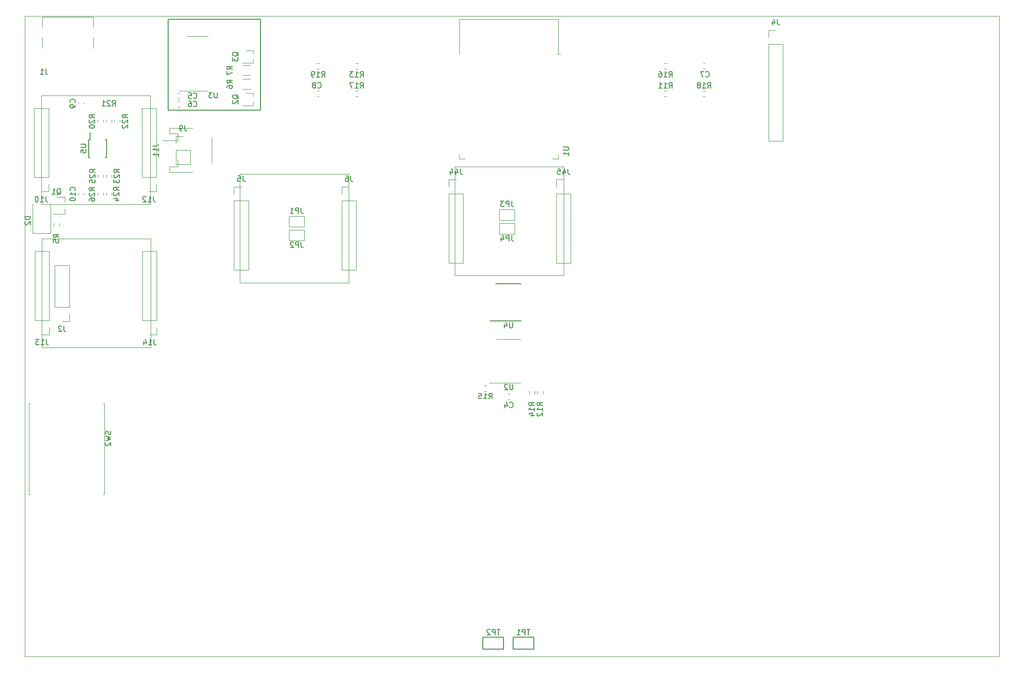
<source format=gbr>
G04 #@! TF.GenerationSoftware,KiCad,Pcbnew,(5.99.0-11749-g6427197962)*
G04 #@! TF.CreationDate,2021-09-04T15:49:30+10:00*
G04 #@! TF.ProjectId,Mainboard,4d61696e-626f-4617-9264-2e6b69636164,rev?*
G04 #@! TF.SameCoordinates,Original*
G04 #@! TF.FileFunction,Legend,Bot*
G04 #@! TF.FilePolarity,Positive*
%FSLAX46Y46*%
G04 Gerber Fmt 4.6, Leading zero omitted, Abs format (unit mm)*
G04 Created by KiCad (PCBNEW (5.99.0-11749-g6427197962)) date 2021-09-04 15:49:30*
%MOMM*%
%LPD*%
G01*
G04 APERTURE LIST*
%ADD10C,0.100000*%
%ADD11C,0.150000*%
G04 #@! TA.AperFunction,Profile*
%ADD12C,0.100000*%
G04 #@! TD*
%ADD13C,0.120000*%
G04 APERTURE END LIST*
D10*
X139446000Y-89408000D02*
X159512000Y-89408000D01*
X159512000Y-89408000D02*
X159512000Y-69342000D01*
X159512000Y-69342000D02*
X139446000Y-69342000D01*
X139446000Y-69342000D02*
X139446000Y-89408000D01*
X99885000Y-90717000D02*
X119951000Y-90717000D01*
X119951000Y-90717000D02*
X119951000Y-70651000D01*
X119951000Y-70651000D02*
X99885000Y-70651000D01*
X99885000Y-70651000D02*
X99885000Y-90717000D01*
X83450000Y-82614000D02*
X63384000Y-82614000D01*
X63384000Y-82614000D02*
X63384000Y-102680000D01*
X63384000Y-102680000D02*
X83450000Y-102680000D01*
X83450000Y-102680000D02*
X83450000Y-82614000D01*
X83350000Y-56223000D02*
X63284000Y-56223000D01*
X63284000Y-56223000D02*
X63284000Y-76289000D01*
X63284000Y-76289000D02*
X83350000Y-76289000D01*
X83350000Y-76289000D02*
X83350000Y-56223000D01*
D11*
X86614000Y-58928000D02*
X103632000Y-58928000D01*
X103632000Y-58928000D02*
X103632000Y-42164000D01*
X103632000Y-42164000D02*
X86614000Y-42164000D01*
X86614000Y-42164000D02*
X86614000Y-58928000D01*
D12*
X239839000Y-159703000D02*
X60261000Y-159703000D01*
X60261000Y-159703000D02*
X60261000Y-41593000D01*
X60261000Y-41593000D02*
X239839000Y-41593000D01*
X239839000Y-41593000D02*
X239839000Y-159703000D01*
D11*
G04 #@! TO.C,U1*
X159477380Y-65687095D02*
X160286904Y-65687095D01*
X160382142Y-65734714D01*
X160429761Y-65782333D01*
X160477380Y-65877571D01*
X160477380Y-66068047D01*
X160429761Y-66163285D01*
X160382142Y-66210904D01*
X160286904Y-66258523D01*
X159477380Y-66258523D01*
X160477380Y-67258523D02*
X160477380Y-66687095D01*
X160477380Y-66972809D02*
X159477380Y-66972809D01*
X159620238Y-66877571D01*
X159715476Y-66782333D01*
X159763095Y-66687095D01*
G04 #@! TO.C,JP4*
X149931333Y-82024380D02*
X149931333Y-82738666D01*
X149978952Y-82881523D01*
X150074190Y-82976761D01*
X150217047Y-83024380D01*
X150312285Y-83024380D01*
X149455142Y-83024380D02*
X149455142Y-82024380D01*
X149074190Y-82024380D01*
X148978952Y-82072000D01*
X148931333Y-82119619D01*
X148883714Y-82214857D01*
X148883714Y-82357714D01*
X148931333Y-82452952D01*
X148978952Y-82500571D01*
X149074190Y-82548190D01*
X149455142Y-82548190D01*
X148026571Y-82357714D02*
X148026571Y-83024380D01*
X148264666Y-81976761D02*
X148502761Y-82691047D01*
X147883714Y-82691047D01*
G04 #@! TO.C,R26*
X73096380Y-73779142D02*
X72620190Y-73445809D01*
X73096380Y-73207714D02*
X72096380Y-73207714D01*
X72096380Y-73588666D01*
X72144000Y-73683904D01*
X72191619Y-73731523D01*
X72286857Y-73779142D01*
X72429714Y-73779142D01*
X72524952Y-73731523D01*
X72572571Y-73683904D01*
X72620190Y-73588666D01*
X72620190Y-73207714D01*
X72191619Y-74160095D02*
X72144000Y-74207714D01*
X72096380Y-74302952D01*
X72096380Y-74541047D01*
X72144000Y-74636285D01*
X72191619Y-74683904D01*
X72286857Y-74731523D01*
X72382095Y-74731523D01*
X72524952Y-74683904D01*
X73096380Y-74112476D01*
X73096380Y-74731523D01*
X72096380Y-75588666D02*
X72096380Y-75398190D01*
X72144000Y-75302952D01*
X72191619Y-75255333D01*
X72334476Y-75160095D01*
X72524952Y-75112476D01*
X72905904Y-75112476D01*
X73001142Y-75160095D01*
X73048761Y-75207714D01*
X73096380Y-75302952D01*
X73096380Y-75493428D01*
X73048761Y-75588666D01*
X73001142Y-75636285D01*
X72905904Y-75683904D01*
X72667809Y-75683904D01*
X72572571Y-75636285D01*
X72524952Y-75588666D01*
X72477333Y-75493428D01*
X72477333Y-75302952D01*
X72524952Y-75207714D01*
X72572571Y-75160095D01*
X72667809Y-75112476D01*
G04 #@! TO.C,R23*
X77668380Y-70414142D02*
X77192190Y-70080809D01*
X77668380Y-69842714D02*
X76668380Y-69842714D01*
X76668380Y-70223666D01*
X76716000Y-70318904D01*
X76763619Y-70366523D01*
X76858857Y-70414142D01*
X77001714Y-70414142D01*
X77096952Y-70366523D01*
X77144571Y-70318904D01*
X77192190Y-70223666D01*
X77192190Y-69842714D01*
X76763619Y-70795095D02*
X76716000Y-70842714D01*
X76668380Y-70937952D01*
X76668380Y-71176047D01*
X76716000Y-71271285D01*
X76763619Y-71318904D01*
X76858857Y-71366523D01*
X76954095Y-71366523D01*
X77096952Y-71318904D01*
X77668380Y-70747476D01*
X77668380Y-71366523D01*
X76668380Y-71699857D02*
X76668380Y-72318904D01*
X77049333Y-71985571D01*
X77049333Y-72128428D01*
X77096952Y-72223666D01*
X77144571Y-72271285D01*
X77239809Y-72318904D01*
X77477904Y-72318904D01*
X77573142Y-72271285D01*
X77620761Y-72223666D01*
X77668380Y-72128428D01*
X77668380Y-71842714D01*
X77620761Y-71747476D01*
X77573142Y-71699857D01*
G04 #@! TO.C,U3*
X95710154Y-55659380D02*
X95710154Y-56468904D01*
X95662535Y-56564142D01*
X95614916Y-56611761D01*
X95519678Y-56659380D01*
X95329202Y-56659380D01*
X95233964Y-56611761D01*
X95186345Y-56564142D01*
X95138726Y-56468904D01*
X95138726Y-55659380D01*
X94757773Y-55659380D02*
X94138726Y-55659380D01*
X94472059Y-56040333D01*
X94329202Y-56040333D01*
X94233964Y-56087952D01*
X94186345Y-56135571D01*
X94138726Y-56230809D01*
X94138726Y-56468904D01*
X94186345Y-56564142D01*
X94233964Y-56611761D01*
X94329202Y-56659380D01*
X94614916Y-56659380D01*
X94710154Y-56611761D01*
X94757773Y-56564142D01*
G04 #@! TO.C,J12*
X83930523Y-74803380D02*
X83930523Y-75517666D01*
X83978142Y-75660523D01*
X84073380Y-75755761D01*
X84216238Y-75803380D01*
X84311476Y-75803380D01*
X82930523Y-75803380D02*
X83501952Y-75803380D01*
X83216238Y-75803380D02*
X83216238Y-74803380D01*
X83311476Y-74946238D01*
X83406714Y-75041476D01*
X83501952Y-75089095D01*
X82549571Y-74898619D02*
X82501952Y-74851000D01*
X82406714Y-74803380D01*
X82168619Y-74803380D01*
X82073380Y-74851000D01*
X82025761Y-74898619D01*
X81978142Y-74993857D01*
X81978142Y-75089095D01*
X82025761Y-75231952D01*
X82597190Y-75803380D01*
X81978142Y-75803380D01*
G04 #@! TO.C,TP2*
X147819904Y-154646380D02*
X147248476Y-154646380D01*
X147534190Y-155646380D02*
X147534190Y-154646380D01*
X146915142Y-155646380D02*
X146915142Y-154646380D01*
X146534190Y-154646380D01*
X146438952Y-154694000D01*
X146391333Y-154741619D01*
X146343714Y-154836857D01*
X146343714Y-154979714D01*
X146391333Y-155074952D01*
X146438952Y-155122571D01*
X146534190Y-155170190D01*
X146915142Y-155170190D01*
X145962761Y-154741619D02*
X145915142Y-154694000D01*
X145819904Y-154646380D01*
X145581809Y-154646380D01*
X145486571Y-154694000D01*
X145438952Y-154741619D01*
X145391333Y-154836857D01*
X145391333Y-154932095D01*
X145438952Y-155074952D01*
X146010380Y-155646380D01*
X145391333Y-155646380D01*
G04 #@! TO.C,Q2*
X99607619Y-56800761D02*
X99560000Y-56705523D01*
X99464761Y-56610285D01*
X99321904Y-56467428D01*
X99274285Y-56372190D01*
X99274285Y-56276952D01*
X99512380Y-56324571D02*
X99464761Y-56229333D01*
X99369523Y-56134095D01*
X99179047Y-56086476D01*
X98845714Y-56086476D01*
X98655238Y-56134095D01*
X98560000Y-56229333D01*
X98512380Y-56324571D01*
X98512380Y-56515047D01*
X98560000Y-56610285D01*
X98655238Y-56705523D01*
X98845714Y-56753142D01*
X99179047Y-56753142D01*
X99369523Y-56705523D01*
X99464761Y-56610285D01*
X99512380Y-56515047D01*
X99512380Y-56324571D01*
X98607619Y-57134095D02*
X98560000Y-57181714D01*
X98512380Y-57276952D01*
X98512380Y-57515047D01*
X98560000Y-57610285D01*
X98607619Y-57657904D01*
X98702857Y-57705523D01*
X98798095Y-57705523D01*
X98940952Y-57657904D01*
X99512380Y-57086476D01*
X99512380Y-57705523D01*
G04 #@! TO.C,C9*
X69445142Y-57491333D02*
X69492761Y-57443714D01*
X69540380Y-57300857D01*
X69540380Y-57205619D01*
X69492761Y-57062761D01*
X69397523Y-56967523D01*
X69302285Y-56919904D01*
X69111809Y-56872285D01*
X68968952Y-56872285D01*
X68778476Y-56919904D01*
X68683238Y-56967523D01*
X68588000Y-57062761D01*
X68540380Y-57205619D01*
X68540380Y-57300857D01*
X68588000Y-57443714D01*
X68635619Y-57491333D01*
X69540380Y-57967523D02*
X69540380Y-58158000D01*
X69492761Y-58253238D01*
X69445142Y-58300857D01*
X69302285Y-58396095D01*
X69111809Y-58443714D01*
X68730857Y-58443714D01*
X68635619Y-58396095D01*
X68588000Y-58348476D01*
X68540380Y-58253238D01*
X68540380Y-58062761D01*
X68588000Y-57967523D01*
X68635619Y-57919904D01*
X68730857Y-57872285D01*
X68968952Y-57872285D01*
X69064190Y-57919904D01*
X69111809Y-57967523D01*
X69159428Y-58062761D01*
X69159428Y-58253238D01*
X69111809Y-58348476D01*
X69064190Y-58396095D01*
X68968952Y-58443714D01*
G04 #@! TO.C,J2*
X67414333Y-98732380D02*
X67414333Y-99446666D01*
X67461952Y-99589523D01*
X67557190Y-99684761D01*
X67700047Y-99732380D01*
X67795285Y-99732380D01*
X66985761Y-98827619D02*
X66938142Y-98780000D01*
X66842904Y-98732380D01*
X66604809Y-98732380D01*
X66509571Y-98780000D01*
X66461952Y-98827619D01*
X66414333Y-98922857D01*
X66414333Y-99018095D01*
X66461952Y-99160952D01*
X67033380Y-99732380D01*
X66414333Y-99732380D01*
G04 #@! TO.C,JP2*
X111132333Y-83231380D02*
X111132333Y-83945666D01*
X111179952Y-84088523D01*
X111275190Y-84183761D01*
X111418047Y-84231380D01*
X111513285Y-84231380D01*
X110656142Y-84231380D02*
X110656142Y-83231380D01*
X110275190Y-83231380D01*
X110179952Y-83279000D01*
X110132333Y-83326619D01*
X110084714Y-83421857D01*
X110084714Y-83564714D01*
X110132333Y-83659952D01*
X110179952Y-83707571D01*
X110275190Y-83755190D01*
X110656142Y-83755190D01*
X109703761Y-83326619D02*
X109656142Y-83279000D01*
X109560904Y-83231380D01*
X109322809Y-83231380D01*
X109227571Y-83279000D01*
X109179952Y-83326619D01*
X109132333Y-83421857D01*
X109132333Y-83517095D01*
X109179952Y-83659952D01*
X109751380Y-84231380D01*
X109132333Y-84231380D01*
G04 #@! TO.C,D2*
X61221380Y-78509904D02*
X60221380Y-78509904D01*
X60221380Y-78748000D01*
X60269000Y-78890857D01*
X60364238Y-78986095D01*
X60459476Y-79033714D01*
X60649952Y-79081333D01*
X60792809Y-79081333D01*
X60983285Y-79033714D01*
X61078523Y-78986095D01*
X61173761Y-78890857D01*
X61221380Y-78748000D01*
X61221380Y-78509904D01*
X60316619Y-79462285D02*
X60269000Y-79509904D01*
X60221380Y-79605142D01*
X60221380Y-79843238D01*
X60269000Y-79938476D01*
X60316619Y-79986095D01*
X60411857Y-80033714D01*
X60507095Y-80033714D01*
X60649952Y-79986095D01*
X61221380Y-79414666D01*
X61221380Y-80033714D01*
G04 #@! TO.C,C5*
X91304916Y-56633142D02*
X91352535Y-56680761D01*
X91495392Y-56728380D01*
X91590630Y-56728380D01*
X91733488Y-56680761D01*
X91828726Y-56585523D01*
X91876345Y-56490285D01*
X91923964Y-56299809D01*
X91923964Y-56156952D01*
X91876345Y-55966476D01*
X91828726Y-55871238D01*
X91733488Y-55776000D01*
X91590630Y-55728380D01*
X91495392Y-55728380D01*
X91352535Y-55776000D01*
X91304916Y-55823619D01*
X90400154Y-55728380D02*
X90876345Y-55728380D01*
X90923964Y-56204571D01*
X90876345Y-56156952D01*
X90781107Y-56109333D01*
X90543011Y-56109333D01*
X90447773Y-56156952D01*
X90400154Y-56204571D01*
X90352535Y-56299809D01*
X90352535Y-56537904D01*
X90400154Y-56633142D01*
X90447773Y-56680761D01*
X90543011Y-56728380D01*
X90781107Y-56728380D01*
X90876345Y-56680761D01*
X90923964Y-56633142D01*
G04 #@! TO.C,SW2*
X76038761Y-118120666D02*
X76086380Y-118263523D01*
X76086380Y-118501619D01*
X76038761Y-118596857D01*
X75991142Y-118644476D01*
X75895904Y-118692095D01*
X75800666Y-118692095D01*
X75705428Y-118644476D01*
X75657809Y-118596857D01*
X75610190Y-118501619D01*
X75562571Y-118311142D01*
X75514952Y-118215904D01*
X75467333Y-118168285D01*
X75372095Y-118120666D01*
X75276857Y-118120666D01*
X75181619Y-118168285D01*
X75134000Y-118215904D01*
X75086380Y-118311142D01*
X75086380Y-118549238D01*
X75134000Y-118692095D01*
X75086380Y-119025428D02*
X76086380Y-119263523D01*
X75372095Y-119454000D01*
X76086380Y-119644476D01*
X75086380Y-119882571D01*
X75181619Y-120215904D02*
X75134000Y-120263523D01*
X75086380Y-120358761D01*
X75086380Y-120596857D01*
X75134000Y-120692095D01*
X75181619Y-120739714D01*
X75276857Y-120787333D01*
X75372095Y-120787333D01*
X75514952Y-120739714D01*
X76086380Y-120168285D01*
X76086380Y-120787333D01*
G04 #@! TO.C,R5*
X66492380Y-82383333D02*
X66016190Y-82050000D01*
X66492380Y-81811904D02*
X65492380Y-81811904D01*
X65492380Y-82192857D01*
X65540000Y-82288095D01*
X65587619Y-82335714D01*
X65682857Y-82383333D01*
X65825714Y-82383333D01*
X65920952Y-82335714D01*
X65968571Y-82288095D01*
X66016190Y-82192857D01*
X66016190Y-81811904D01*
X65492380Y-83288095D02*
X65492380Y-82811904D01*
X65968571Y-82764285D01*
X65920952Y-82811904D01*
X65873333Y-82907142D01*
X65873333Y-83145238D01*
X65920952Y-83240476D01*
X65968571Y-83288095D01*
X66063809Y-83335714D01*
X66301904Y-83335714D01*
X66397142Y-83288095D01*
X66444761Y-83240476D01*
X66492380Y-83145238D01*
X66492380Y-82907142D01*
X66444761Y-82811904D01*
X66397142Y-82764285D01*
G04 #@! TO.C,C10*
X69445142Y-73716142D02*
X69492761Y-73668523D01*
X69540380Y-73525666D01*
X69540380Y-73430428D01*
X69492761Y-73287571D01*
X69397523Y-73192333D01*
X69302285Y-73144714D01*
X69111809Y-73097095D01*
X68968952Y-73097095D01*
X68778476Y-73144714D01*
X68683238Y-73192333D01*
X68588000Y-73287571D01*
X68540380Y-73430428D01*
X68540380Y-73525666D01*
X68588000Y-73668523D01*
X68635619Y-73716142D01*
X69540380Y-74668523D02*
X69540380Y-74097095D01*
X69540380Y-74382809D02*
X68540380Y-74382809D01*
X68683238Y-74287571D01*
X68778476Y-74192333D01*
X68826095Y-74097095D01*
X68540380Y-75287571D02*
X68540380Y-75382809D01*
X68588000Y-75478047D01*
X68635619Y-75525666D01*
X68730857Y-75573285D01*
X68921333Y-75620904D01*
X69159428Y-75620904D01*
X69349904Y-75573285D01*
X69445142Y-75525666D01*
X69492761Y-75478047D01*
X69540380Y-75382809D01*
X69540380Y-75287571D01*
X69492761Y-75192333D01*
X69445142Y-75144714D01*
X69349904Y-75097095D01*
X69159428Y-75049476D01*
X68921333Y-75049476D01*
X68730857Y-75097095D01*
X68635619Y-75144714D01*
X68588000Y-75192333D01*
X68540380Y-75287571D01*
G04 #@! TO.C,J45*
X160321523Y-69732380D02*
X160321523Y-70446666D01*
X160369142Y-70589523D01*
X160464380Y-70684761D01*
X160607238Y-70732380D01*
X160702476Y-70732380D01*
X159416761Y-70065714D02*
X159416761Y-70732380D01*
X159654857Y-69684761D02*
X159892952Y-70399047D01*
X159273904Y-70399047D01*
X158416761Y-69732380D02*
X158892952Y-69732380D01*
X158940571Y-70208571D01*
X158892952Y-70160952D01*
X158797714Y-70113333D01*
X158559619Y-70113333D01*
X158464380Y-70160952D01*
X158416761Y-70208571D01*
X158369142Y-70303809D01*
X158369142Y-70541904D01*
X158416761Y-70637142D01*
X158464380Y-70684761D01*
X158559619Y-70732380D01*
X158797714Y-70732380D01*
X158892952Y-70684761D01*
X158940571Y-70637142D01*
G04 #@! TO.C,J10*
X64093523Y-74803380D02*
X64093523Y-75517666D01*
X64141142Y-75660523D01*
X64236380Y-75755761D01*
X64379238Y-75803380D01*
X64474476Y-75803380D01*
X63093523Y-75803380D02*
X63664952Y-75803380D01*
X63379238Y-75803380D02*
X63379238Y-74803380D01*
X63474476Y-74946238D01*
X63569714Y-75041476D01*
X63664952Y-75089095D01*
X62474476Y-74803380D02*
X62379238Y-74803380D01*
X62284000Y-74851000D01*
X62236380Y-74898619D01*
X62188761Y-74993857D01*
X62141142Y-75184333D01*
X62141142Y-75422428D01*
X62188761Y-75612904D01*
X62236380Y-75708142D01*
X62284000Y-75755761D01*
X62379238Y-75803380D01*
X62474476Y-75803380D01*
X62569714Y-75755761D01*
X62617333Y-75708142D01*
X62664952Y-75612904D01*
X62712571Y-75422428D01*
X62712571Y-75184333D01*
X62664952Y-74993857D01*
X62617333Y-74898619D01*
X62569714Y-74851000D01*
X62474476Y-74803380D01*
G04 #@! TO.C,Q3*
X99607619Y-48926761D02*
X99560000Y-48831523D01*
X99464761Y-48736285D01*
X99321904Y-48593428D01*
X99274285Y-48498190D01*
X99274285Y-48402952D01*
X99512380Y-48450571D02*
X99464761Y-48355333D01*
X99369523Y-48260095D01*
X99179047Y-48212476D01*
X98845714Y-48212476D01*
X98655238Y-48260095D01*
X98560000Y-48355333D01*
X98512380Y-48450571D01*
X98512380Y-48641047D01*
X98560000Y-48736285D01*
X98655238Y-48831523D01*
X98845714Y-48879142D01*
X99179047Y-48879142D01*
X99369523Y-48831523D01*
X99464761Y-48736285D01*
X99512380Y-48641047D01*
X99512380Y-48450571D01*
X98512380Y-49212476D02*
X98512380Y-49831523D01*
X98893333Y-49498190D01*
X98893333Y-49641047D01*
X98940952Y-49736285D01*
X98988571Y-49783904D01*
X99083809Y-49831523D01*
X99321904Y-49831523D01*
X99417142Y-49783904D01*
X99464761Y-49736285D01*
X99512380Y-49641047D01*
X99512380Y-49355333D01*
X99464761Y-49260095D01*
X99417142Y-49212476D01*
G04 #@! TO.C,R17*
X122054857Y-54808380D02*
X122388190Y-54332190D01*
X122626285Y-54808380D02*
X122626285Y-53808380D01*
X122245333Y-53808380D01*
X122150095Y-53856000D01*
X122102476Y-53903619D01*
X122054857Y-53998857D01*
X122054857Y-54141714D01*
X122102476Y-54236952D01*
X122150095Y-54284571D01*
X122245333Y-54332190D01*
X122626285Y-54332190D01*
X121102476Y-54808380D02*
X121673904Y-54808380D01*
X121388190Y-54808380D02*
X121388190Y-53808380D01*
X121483428Y-53951238D01*
X121578666Y-54046476D01*
X121673904Y-54094095D01*
X120769142Y-53808380D02*
X120102476Y-53808380D01*
X120531047Y-54808380D01*
G04 #@! TO.C,R20*
X73096380Y-60317142D02*
X72620190Y-59983809D01*
X73096380Y-59745714D02*
X72096380Y-59745714D01*
X72096380Y-60126666D01*
X72144000Y-60221904D01*
X72191619Y-60269523D01*
X72286857Y-60317142D01*
X72429714Y-60317142D01*
X72524952Y-60269523D01*
X72572571Y-60221904D01*
X72620190Y-60126666D01*
X72620190Y-59745714D01*
X72191619Y-60698095D02*
X72144000Y-60745714D01*
X72096380Y-60840952D01*
X72096380Y-61079047D01*
X72144000Y-61174285D01*
X72191619Y-61221904D01*
X72286857Y-61269523D01*
X72382095Y-61269523D01*
X72524952Y-61221904D01*
X73096380Y-60650476D01*
X73096380Y-61269523D01*
X72096380Y-61888571D02*
X72096380Y-61983809D01*
X72144000Y-62079047D01*
X72191619Y-62126666D01*
X72286857Y-62174285D01*
X72477333Y-62221904D01*
X72715428Y-62221904D01*
X72905904Y-62174285D01*
X73001142Y-62126666D01*
X73048761Y-62079047D01*
X73096380Y-61983809D01*
X73096380Y-61888571D01*
X73048761Y-61793333D01*
X73001142Y-61745714D01*
X72905904Y-61698095D01*
X72715428Y-61650476D01*
X72477333Y-61650476D01*
X72286857Y-61698095D01*
X72191619Y-61745714D01*
X72144000Y-61793333D01*
X72096380Y-61888571D01*
G04 #@! TO.C,J44*
X140509523Y-69732380D02*
X140509523Y-70446666D01*
X140557142Y-70589523D01*
X140652380Y-70684761D01*
X140795238Y-70732380D01*
X140890476Y-70732380D01*
X139604761Y-70065714D02*
X139604761Y-70732380D01*
X139842857Y-69684761D02*
X140080952Y-70399047D01*
X139461904Y-70399047D01*
X138652380Y-70065714D02*
X138652380Y-70732380D01*
X138890476Y-69684761D02*
X139128571Y-70399047D01*
X138509523Y-70399047D01*
G04 #@! TO.C,C8*
X114212666Y-54713142D02*
X114260285Y-54760761D01*
X114403142Y-54808380D01*
X114498380Y-54808380D01*
X114641238Y-54760761D01*
X114736476Y-54665523D01*
X114784095Y-54570285D01*
X114831714Y-54379809D01*
X114831714Y-54236952D01*
X114784095Y-54046476D01*
X114736476Y-53951238D01*
X114641238Y-53856000D01*
X114498380Y-53808380D01*
X114403142Y-53808380D01*
X114260285Y-53856000D01*
X114212666Y-53903619D01*
X113641238Y-54236952D02*
X113736476Y-54189333D01*
X113784095Y-54141714D01*
X113831714Y-54046476D01*
X113831714Y-53998857D01*
X113784095Y-53903619D01*
X113736476Y-53856000D01*
X113641238Y-53808380D01*
X113450761Y-53808380D01*
X113355523Y-53856000D01*
X113307904Y-53903619D01*
X113260285Y-53998857D01*
X113260285Y-54046476D01*
X113307904Y-54141714D01*
X113355523Y-54189333D01*
X113450761Y-54236952D01*
X113641238Y-54236952D01*
X113736476Y-54284571D01*
X113784095Y-54332190D01*
X113831714Y-54427428D01*
X113831714Y-54617904D01*
X113784095Y-54713142D01*
X113736476Y-54760761D01*
X113641238Y-54808380D01*
X113450761Y-54808380D01*
X113355523Y-54760761D01*
X113307904Y-54713142D01*
X113260285Y-54617904D01*
X113260285Y-54427428D01*
X113307904Y-54332190D01*
X113355523Y-54284571D01*
X113450761Y-54236952D01*
G04 #@! TO.C,C6*
X91304916Y-58157142D02*
X91352535Y-58204761D01*
X91495392Y-58252380D01*
X91590630Y-58252380D01*
X91733488Y-58204761D01*
X91828726Y-58109523D01*
X91876345Y-58014285D01*
X91923964Y-57823809D01*
X91923964Y-57680952D01*
X91876345Y-57490476D01*
X91828726Y-57395238D01*
X91733488Y-57300000D01*
X91590630Y-57252380D01*
X91495392Y-57252380D01*
X91352535Y-57300000D01*
X91304916Y-57347619D01*
X90447773Y-57252380D02*
X90638250Y-57252380D01*
X90733488Y-57300000D01*
X90781107Y-57347619D01*
X90876345Y-57490476D01*
X90923964Y-57680952D01*
X90923964Y-58061904D01*
X90876345Y-58157142D01*
X90828726Y-58204761D01*
X90733488Y-58252380D01*
X90543011Y-58252380D01*
X90447773Y-58204761D01*
X90400154Y-58157142D01*
X90352535Y-58061904D01*
X90352535Y-57823809D01*
X90400154Y-57728571D01*
X90447773Y-57680952D01*
X90543011Y-57633333D01*
X90733488Y-57633333D01*
X90828726Y-57680952D01*
X90876345Y-57728571D01*
X90923964Y-57823809D01*
G04 #@! TO.C,R16*
X178950857Y-52776380D02*
X179284190Y-52300190D01*
X179522285Y-52776380D02*
X179522285Y-51776380D01*
X179141333Y-51776380D01*
X179046095Y-51824000D01*
X178998476Y-51871619D01*
X178950857Y-51966857D01*
X178950857Y-52109714D01*
X178998476Y-52204952D01*
X179046095Y-52252571D01*
X179141333Y-52300190D01*
X179522285Y-52300190D01*
X177998476Y-52776380D02*
X178569904Y-52776380D01*
X178284190Y-52776380D02*
X178284190Y-51776380D01*
X178379428Y-51919238D01*
X178474666Y-52014476D01*
X178569904Y-52062095D01*
X177141333Y-51776380D02*
X177331809Y-51776380D01*
X177427047Y-51824000D01*
X177474666Y-51871619D01*
X177569904Y-52014476D01*
X177617523Y-52204952D01*
X177617523Y-52585904D01*
X177569904Y-52681142D01*
X177522285Y-52728761D01*
X177427047Y-52776380D01*
X177236571Y-52776380D01*
X177141333Y-52728761D01*
X177093714Y-52681142D01*
X177046095Y-52585904D01*
X177046095Y-52347809D01*
X177093714Y-52252571D01*
X177141333Y-52204952D01*
X177236571Y-52157333D01*
X177427047Y-52157333D01*
X177522285Y-52204952D01*
X177569904Y-52252571D01*
X177617523Y-52347809D01*
G04 #@! TO.C,J11*
X83822380Y-65484476D02*
X84536666Y-65484476D01*
X84679523Y-65436857D01*
X84774761Y-65341619D01*
X84822380Y-65198761D01*
X84822380Y-65103523D01*
X84822380Y-66484476D02*
X84822380Y-65913047D01*
X84822380Y-66198761D02*
X83822380Y-66198761D01*
X83965238Y-66103523D01*
X84060476Y-66008285D01*
X84108095Y-65913047D01*
X84822380Y-67436857D02*
X84822380Y-66865428D01*
X84822380Y-67151142D02*
X83822380Y-67151142D01*
X83965238Y-67055904D01*
X84060476Y-66960666D01*
X84108095Y-66865428D01*
G04 #@! TO.C,R7*
X98496380Y-51395333D02*
X98020190Y-51062000D01*
X98496380Y-50823904D02*
X97496380Y-50823904D01*
X97496380Y-51204857D01*
X97544000Y-51300095D01*
X97591619Y-51347714D01*
X97686857Y-51395333D01*
X97829714Y-51395333D01*
X97924952Y-51347714D01*
X97972571Y-51300095D01*
X98020190Y-51204857D01*
X98020190Y-50823904D01*
X97496380Y-51728666D02*
X97496380Y-52395333D01*
X98496380Y-51966761D01*
G04 #@! TO.C,J5*
X100447333Y-71041380D02*
X100447333Y-71755666D01*
X100494952Y-71898523D01*
X100590190Y-71993761D01*
X100733047Y-72041380D01*
X100828285Y-72041380D01*
X99494952Y-71041380D02*
X99971142Y-71041380D01*
X100018761Y-71517571D01*
X99971142Y-71469952D01*
X99875904Y-71422333D01*
X99637809Y-71422333D01*
X99542571Y-71469952D01*
X99494952Y-71517571D01*
X99447333Y-71612809D01*
X99447333Y-71850904D01*
X99494952Y-71946142D01*
X99542571Y-71993761D01*
X99637809Y-72041380D01*
X99875904Y-72041380D01*
X99971142Y-71993761D01*
X100018761Y-71946142D01*
G04 #@! TO.C,R24*
X77574380Y-73716142D02*
X77098190Y-73382809D01*
X77574380Y-73144714D02*
X76574380Y-73144714D01*
X76574380Y-73525666D01*
X76622000Y-73620904D01*
X76669619Y-73668523D01*
X76764857Y-73716142D01*
X76907714Y-73716142D01*
X77002952Y-73668523D01*
X77050571Y-73620904D01*
X77098190Y-73525666D01*
X77098190Y-73144714D01*
X76669619Y-74097095D02*
X76622000Y-74144714D01*
X76574380Y-74239952D01*
X76574380Y-74478047D01*
X76622000Y-74573285D01*
X76669619Y-74620904D01*
X76764857Y-74668523D01*
X76860095Y-74668523D01*
X77002952Y-74620904D01*
X77574380Y-74049476D01*
X77574380Y-74668523D01*
X76907714Y-75525666D02*
X77574380Y-75525666D01*
X76526761Y-75287571D02*
X77241047Y-75049476D01*
X77241047Y-75668523D01*
G04 #@! TO.C,U4*
X150113904Y-98049380D02*
X150113904Y-98858904D01*
X150066285Y-98954142D01*
X150018666Y-99001761D01*
X149923428Y-99049380D01*
X149732952Y-99049380D01*
X149637714Y-99001761D01*
X149590095Y-98954142D01*
X149542476Y-98858904D01*
X149542476Y-98049380D01*
X148637714Y-98382714D02*
X148637714Y-99049380D01*
X148875809Y-98001761D02*
X149113904Y-98716047D01*
X148494857Y-98716047D01*
G04 #@! TO.C,U2*
X150176904Y-109458380D02*
X150176904Y-110267904D01*
X150129285Y-110363142D01*
X150081666Y-110410761D01*
X149986428Y-110458380D01*
X149795952Y-110458380D01*
X149700714Y-110410761D01*
X149653095Y-110363142D01*
X149605476Y-110267904D01*
X149605476Y-109458380D01*
X149176904Y-109553619D02*
X149129285Y-109506000D01*
X149034047Y-109458380D01*
X148795952Y-109458380D01*
X148700714Y-109506000D01*
X148653095Y-109553619D01*
X148605476Y-109648857D01*
X148605476Y-109744095D01*
X148653095Y-109886952D01*
X149224523Y-110458380D01*
X148605476Y-110458380D01*
G04 #@! TO.C,JP1*
X111132333Y-76922380D02*
X111132333Y-77636666D01*
X111179952Y-77779523D01*
X111275190Y-77874761D01*
X111418047Y-77922380D01*
X111513285Y-77922380D01*
X110656142Y-77922380D02*
X110656142Y-76922380D01*
X110275190Y-76922380D01*
X110179952Y-76970000D01*
X110132333Y-77017619D01*
X110084714Y-77112857D01*
X110084714Y-77255714D01*
X110132333Y-77350952D01*
X110179952Y-77398571D01*
X110275190Y-77446190D01*
X110656142Y-77446190D01*
X109132333Y-77922380D02*
X109703761Y-77922380D01*
X109418047Y-77922380D02*
X109418047Y-76922380D01*
X109513285Y-77065238D01*
X109608523Y-77160476D01*
X109703761Y-77208095D01*
G04 #@! TO.C,JP3*
X149931333Y-75652380D02*
X149931333Y-76366666D01*
X149978952Y-76509523D01*
X150074190Y-76604761D01*
X150217047Y-76652380D01*
X150312285Y-76652380D01*
X149455142Y-76652380D02*
X149455142Y-75652380D01*
X149074190Y-75652380D01*
X148978952Y-75700000D01*
X148931333Y-75747619D01*
X148883714Y-75842857D01*
X148883714Y-75985714D01*
X148931333Y-76080952D01*
X148978952Y-76128571D01*
X149074190Y-76176190D01*
X149455142Y-76176190D01*
X148550380Y-75652380D02*
X147931333Y-75652380D01*
X148264666Y-76033333D01*
X148121809Y-76033333D01*
X148026571Y-76080952D01*
X147978952Y-76128571D01*
X147931333Y-76223809D01*
X147931333Y-76461904D01*
X147978952Y-76557142D01*
X148026571Y-76604761D01*
X148121809Y-76652380D01*
X148407523Y-76652380D01*
X148502761Y-76604761D01*
X148550380Y-76557142D01*
G04 #@! TO.C,R15*
X145739857Y-112118380D02*
X146073190Y-111642190D01*
X146311285Y-112118380D02*
X146311285Y-111118380D01*
X145930333Y-111118380D01*
X145835095Y-111166000D01*
X145787476Y-111213619D01*
X145739857Y-111308857D01*
X145739857Y-111451714D01*
X145787476Y-111546952D01*
X145835095Y-111594571D01*
X145930333Y-111642190D01*
X146311285Y-111642190D01*
X144787476Y-112118380D02*
X145358904Y-112118380D01*
X145073190Y-112118380D02*
X145073190Y-111118380D01*
X145168428Y-111261238D01*
X145263666Y-111356476D01*
X145358904Y-111404095D01*
X143882714Y-111118380D02*
X144358904Y-111118380D01*
X144406523Y-111594571D01*
X144358904Y-111546952D01*
X144263666Y-111499333D01*
X144025571Y-111499333D01*
X143930333Y-111546952D01*
X143882714Y-111594571D01*
X143835095Y-111689809D01*
X143835095Y-111927904D01*
X143882714Y-112023142D01*
X143930333Y-112070761D01*
X144025571Y-112118380D01*
X144263666Y-112118380D01*
X144358904Y-112070761D01*
X144406523Y-112023142D01*
G04 #@! TO.C,J13*
X64193523Y-101194380D02*
X64193523Y-101908666D01*
X64241142Y-102051523D01*
X64336380Y-102146761D01*
X64479238Y-102194380D01*
X64574476Y-102194380D01*
X63193523Y-102194380D02*
X63764952Y-102194380D01*
X63479238Y-102194380D02*
X63479238Y-101194380D01*
X63574476Y-101337238D01*
X63669714Y-101432476D01*
X63764952Y-101480095D01*
X62860190Y-101194380D02*
X62241142Y-101194380D01*
X62574476Y-101575333D01*
X62431619Y-101575333D01*
X62336380Y-101622952D01*
X62288761Y-101670571D01*
X62241142Y-101765809D01*
X62241142Y-102003904D01*
X62288761Y-102099142D01*
X62336380Y-102146761D01*
X62431619Y-102194380D01*
X62717333Y-102194380D01*
X62812571Y-102146761D01*
X62860190Y-102099142D01*
G04 #@! TO.C,R19*
X114942857Y-52776380D02*
X115276190Y-52300190D01*
X115514285Y-52776380D02*
X115514285Y-51776380D01*
X115133333Y-51776380D01*
X115038095Y-51824000D01*
X114990476Y-51871619D01*
X114942857Y-51966857D01*
X114942857Y-52109714D01*
X114990476Y-52204952D01*
X115038095Y-52252571D01*
X115133333Y-52300190D01*
X115514285Y-52300190D01*
X113990476Y-52776380D02*
X114561904Y-52776380D01*
X114276190Y-52776380D02*
X114276190Y-51776380D01*
X114371428Y-51919238D01*
X114466666Y-52014476D01*
X114561904Y-52062095D01*
X113514285Y-52776380D02*
X113323809Y-52776380D01*
X113228571Y-52728761D01*
X113180952Y-52681142D01*
X113085714Y-52538285D01*
X113038095Y-52347809D01*
X113038095Y-51966857D01*
X113085714Y-51871619D01*
X113133333Y-51824000D01*
X113228571Y-51776380D01*
X113419047Y-51776380D01*
X113514285Y-51824000D01*
X113561904Y-51871619D01*
X113609523Y-51966857D01*
X113609523Y-52204952D01*
X113561904Y-52300190D01*
X113514285Y-52347809D01*
X113419047Y-52395428D01*
X113228571Y-52395428D01*
X113133333Y-52347809D01*
X113085714Y-52300190D01*
X113038095Y-52204952D01*
G04 #@! TO.C,R22*
X79192380Y-60317142D02*
X78716190Y-59983809D01*
X79192380Y-59745714D02*
X78192380Y-59745714D01*
X78192380Y-60126666D01*
X78240000Y-60221904D01*
X78287619Y-60269523D01*
X78382857Y-60317142D01*
X78525714Y-60317142D01*
X78620952Y-60269523D01*
X78668571Y-60221904D01*
X78716190Y-60126666D01*
X78716190Y-59745714D01*
X78287619Y-60698095D02*
X78240000Y-60745714D01*
X78192380Y-60840952D01*
X78192380Y-61079047D01*
X78240000Y-61174285D01*
X78287619Y-61221904D01*
X78382857Y-61269523D01*
X78478095Y-61269523D01*
X78620952Y-61221904D01*
X79192380Y-60650476D01*
X79192380Y-61269523D01*
X78287619Y-61650476D02*
X78240000Y-61698095D01*
X78192380Y-61793333D01*
X78192380Y-62031428D01*
X78240000Y-62126666D01*
X78287619Y-62174285D01*
X78382857Y-62221904D01*
X78478095Y-62221904D01*
X78620952Y-62174285D01*
X79192380Y-61602857D01*
X79192380Y-62221904D01*
G04 #@! TO.C,C7*
X185727246Y-52681142D02*
X185774865Y-52728761D01*
X185917722Y-52776380D01*
X186012960Y-52776380D01*
X186155818Y-52728761D01*
X186251056Y-52633523D01*
X186298675Y-52538285D01*
X186346294Y-52347809D01*
X186346294Y-52204952D01*
X186298675Y-52014476D01*
X186251056Y-51919238D01*
X186155818Y-51824000D01*
X186012960Y-51776380D01*
X185917722Y-51776380D01*
X185774865Y-51824000D01*
X185727246Y-51871619D01*
X185393913Y-51776380D02*
X184727246Y-51776380D01*
X185155818Y-52776380D01*
G04 #@! TO.C,R18*
X186062857Y-54808380D02*
X186396190Y-54332190D01*
X186634285Y-54808380D02*
X186634285Y-53808380D01*
X186253333Y-53808380D01*
X186158095Y-53856000D01*
X186110476Y-53903619D01*
X186062857Y-53998857D01*
X186062857Y-54141714D01*
X186110476Y-54236952D01*
X186158095Y-54284571D01*
X186253333Y-54332190D01*
X186634285Y-54332190D01*
X185110476Y-54808380D02*
X185681904Y-54808380D01*
X185396190Y-54808380D02*
X185396190Y-53808380D01*
X185491428Y-53951238D01*
X185586666Y-54046476D01*
X185681904Y-54094095D01*
X184539047Y-54236952D02*
X184634285Y-54189333D01*
X184681904Y-54141714D01*
X184729523Y-54046476D01*
X184729523Y-53998857D01*
X184681904Y-53903619D01*
X184634285Y-53856000D01*
X184539047Y-53808380D01*
X184348571Y-53808380D01*
X184253333Y-53856000D01*
X184205714Y-53903619D01*
X184158095Y-53998857D01*
X184158095Y-54046476D01*
X184205714Y-54141714D01*
X184253333Y-54189333D01*
X184348571Y-54236952D01*
X184539047Y-54236952D01*
X184634285Y-54284571D01*
X184681904Y-54332190D01*
X184729523Y-54427428D01*
X184729523Y-54617904D01*
X184681904Y-54713142D01*
X184634285Y-54760761D01*
X184539047Y-54808380D01*
X184348571Y-54808380D01*
X184253333Y-54760761D01*
X184205714Y-54713142D01*
X184158095Y-54617904D01*
X184158095Y-54427428D01*
X184205714Y-54332190D01*
X184253333Y-54284571D01*
X184348571Y-54236952D01*
G04 #@! TO.C,R21*
X76334857Y-58110380D02*
X76668190Y-57634190D01*
X76906285Y-58110380D02*
X76906285Y-57110380D01*
X76525333Y-57110380D01*
X76430095Y-57158000D01*
X76382476Y-57205619D01*
X76334857Y-57300857D01*
X76334857Y-57443714D01*
X76382476Y-57538952D01*
X76430095Y-57586571D01*
X76525333Y-57634190D01*
X76906285Y-57634190D01*
X75953904Y-57205619D02*
X75906285Y-57158000D01*
X75811047Y-57110380D01*
X75572952Y-57110380D01*
X75477714Y-57158000D01*
X75430095Y-57205619D01*
X75382476Y-57300857D01*
X75382476Y-57396095D01*
X75430095Y-57538952D01*
X76001523Y-58110380D01*
X75382476Y-58110380D01*
X74430095Y-58110380D02*
X75001523Y-58110380D01*
X74715809Y-58110380D02*
X74715809Y-57110380D01*
X74811047Y-57253238D01*
X74906285Y-57348476D01*
X75001523Y-57396095D01*
G04 #@! TO.C,Q1*
X66135238Y-74461619D02*
X66230476Y-74414000D01*
X66325714Y-74318761D01*
X66468571Y-74175904D01*
X66563809Y-74128285D01*
X66659047Y-74128285D01*
X66611428Y-74366380D02*
X66706666Y-74318761D01*
X66801904Y-74223523D01*
X66849523Y-74033047D01*
X66849523Y-73699714D01*
X66801904Y-73509238D01*
X66706666Y-73414000D01*
X66611428Y-73366380D01*
X66420952Y-73366380D01*
X66325714Y-73414000D01*
X66230476Y-73509238D01*
X66182857Y-73699714D01*
X66182857Y-74033047D01*
X66230476Y-74223523D01*
X66325714Y-74318761D01*
X66420952Y-74366380D01*
X66611428Y-74366380D01*
X65230476Y-74366380D02*
X65801904Y-74366380D01*
X65516190Y-74366380D02*
X65516190Y-73366380D01*
X65611428Y-73509238D01*
X65706666Y-73604476D01*
X65801904Y-73652095D01*
G04 #@! TO.C,R11*
X178950857Y-54808380D02*
X179284190Y-54332190D01*
X179522285Y-54808380D02*
X179522285Y-53808380D01*
X179141333Y-53808380D01*
X179046095Y-53856000D01*
X178998476Y-53903619D01*
X178950857Y-53998857D01*
X178950857Y-54141714D01*
X178998476Y-54236952D01*
X179046095Y-54284571D01*
X179141333Y-54332190D01*
X179522285Y-54332190D01*
X177998476Y-54808380D02*
X178569904Y-54808380D01*
X178284190Y-54808380D02*
X178284190Y-53808380D01*
X178379428Y-53951238D01*
X178474666Y-54046476D01*
X178569904Y-54094095D01*
X177046095Y-54808380D02*
X177617523Y-54808380D01*
X177331809Y-54808380D02*
X177331809Y-53808380D01*
X177427047Y-53951238D01*
X177522285Y-54046476D01*
X177617523Y-54094095D01*
G04 #@! TO.C,TP1*
X153344904Y-154646380D02*
X152773476Y-154646380D01*
X153059190Y-155646380D02*
X153059190Y-154646380D01*
X152440142Y-155646380D02*
X152440142Y-154646380D01*
X152059190Y-154646380D01*
X151963952Y-154694000D01*
X151916333Y-154741619D01*
X151868714Y-154836857D01*
X151868714Y-154979714D01*
X151916333Y-155074952D01*
X151963952Y-155122571D01*
X152059190Y-155170190D01*
X152440142Y-155170190D01*
X150916333Y-155646380D02*
X151487761Y-155646380D01*
X151202047Y-155646380D02*
X151202047Y-154646380D01*
X151297285Y-154789238D01*
X151392523Y-154884476D01*
X151487761Y-154932095D01*
G04 #@! TO.C,U5*
X70512380Y-65215095D02*
X71321904Y-65215095D01*
X71417142Y-65262714D01*
X71464761Y-65310333D01*
X71512380Y-65405571D01*
X71512380Y-65596047D01*
X71464761Y-65691285D01*
X71417142Y-65738904D01*
X71321904Y-65786523D01*
X70512380Y-65786523D01*
X70512380Y-66738904D02*
X70512380Y-66262714D01*
X70988571Y-66215095D01*
X70940952Y-66262714D01*
X70893333Y-66357952D01*
X70893333Y-66596047D01*
X70940952Y-66691285D01*
X70988571Y-66738904D01*
X71083809Y-66786523D01*
X71321904Y-66786523D01*
X71417142Y-66738904D01*
X71464761Y-66691285D01*
X71512380Y-66596047D01*
X71512380Y-66357952D01*
X71464761Y-66262714D01*
X71417142Y-66215095D01*
G04 #@! TO.C,J4*
X198936333Y-42163380D02*
X198936333Y-42877666D01*
X198983952Y-43020523D01*
X199079190Y-43115761D01*
X199222047Y-43163380D01*
X199317285Y-43163380D01*
X198031571Y-42496714D02*
X198031571Y-43163380D01*
X198269666Y-42115761D02*
X198507761Y-42830047D01*
X197888714Y-42830047D01*
G04 #@! TO.C,J6*
X120284333Y-71041380D02*
X120284333Y-71755666D01*
X120331952Y-71898523D01*
X120427190Y-71993761D01*
X120570047Y-72041380D01*
X120665285Y-72041380D01*
X119379571Y-71041380D02*
X119570047Y-71041380D01*
X119665285Y-71089000D01*
X119712904Y-71136619D01*
X119808142Y-71279476D01*
X119855761Y-71469952D01*
X119855761Y-71850904D01*
X119808142Y-71946142D01*
X119760523Y-71993761D01*
X119665285Y-72041380D01*
X119474809Y-72041380D01*
X119379571Y-71993761D01*
X119331952Y-71946142D01*
X119284333Y-71850904D01*
X119284333Y-71612809D01*
X119331952Y-71517571D01*
X119379571Y-71469952D01*
X119474809Y-71422333D01*
X119665285Y-71422333D01*
X119760523Y-71469952D01*
X119808142Y-71517571D01*
X119855761Y-71612809D01*
G04 #@! TO.C,R6*
X98496380Y-53935333D02*
X98020190Y-53602000D01*
X98496380Y-53363904D02*
X97496380Y-53363904D01*
X97496380Y-53744857D01*
X97544000Y-53840095D01*
X97591619Y-53887714D01*
X97686857Y-53935333D01*
X97829714Y-53935333D01*
X97924952Y-53887714D01*
X97972571Y-53840095D01*
X98020190Y-53744857D01*
X98020190Y-53363904D01*
X97496380Y-54792476D02*
X97496380Y-54602000D01*
X97544000Y-54506761D01*
X97591619Y-54459142D01*
X97734476Y-54363904D01*
X97924952Y-54316285D01*
X98305904Y-54316285D01*
X98401142Y-54363904D01*
X98448761Y-54411523D01*
X98496380Y-54506761D01*
X98496380Y-54697238D01*
X98448761Y-54792476D01*
X98401142Y-54840095D01*
X98305904Y-54887714D01*
X98067809Y-54887714D01*
X97972571Y-54840095D01*
X97924952Y-54792476D01*
X97877333Y-54697238D01*
X97877333Y-54506761D01*
X97924952Y-54411523D01*
X97972571Y-54363904D01*
X98067809Y-54316285D01*
G04 #@! TO.C,C4*
X149581666Y-113641142D02*
X149629285Y-113688761D01*
X149772142Y-113736380D01*
X149867380Y-113736380D01*
X150010238Y-113688761D01*
X150105476Y-113593523D01*
X150153095Y-113498285D01*
X150200714Y-113307809D01*
X150200714Y-113164952D01*
X150153095Y-112974476D01*
X150105476Y-112879238D01*
X150010238Y-112784000D01*
X149867380Y-112736380D01*
X149772142Y-112736380D01*
X149629285Y-112784000D01*
X149581666Y-112831619D01*
X148724523Y-113069714D02*
X148724523Y-113736380D01*
X148962619Y-112688761D02*
X149200714Y-113403047D01*
X148581666Y-113403047D01*
G04 #@! TO.C,J1*
X64087333Y-51268380D02*
X64087333Y-51982666D01*
X64134952Y-52125523D01*
X64230190Y-52220761D01*
X64373047Y-52268380D01*
X64468285Y-52268380D01*
X63087333Y-52268380D02*
X63658761Y-52268380D01*
X63373047Y-52268380D02*
X63373047Y-51268380D01*
X63468285Y-51411238D01*
X63563523Y-51506476D01*
X63658761Y-51554095D01*
G04 #@! TO.C,R25*
X73190380Y-70414142D02*
X72714190Y-70080809D01*
X73190380Y-69842714D02*
X72190380Y-69842714D01*
X72190380Y-70223666D01*
X72238000Y-70318904D01*
X72285619Y-70366523D01*
X72380857Y-70414142D01*
X72523714Y-70414142D01*
X72618952Y-70366523D01*
X72666571Y-70318904D01*
X72714190Y-70223666D01*
X72714190Y-69842714D01*
X72285619Y-70795095D02*
X72238000Y-70842714D01*
X72190380Y-70937952D01*
X72190380Y-71176047D01*
X72238000Y-71271285D01*
X72285619Y-71318904D01*
X72380857Y-71366523D01*
X72476095Y-71366523D01*
X72618952Y-71318904D01*
X73190380Y-70747476D01*
X73190380Y-71366523D01*
X72190380Y-72271285D02*
X72190380Y-71795095D01*
X72666571Y-71747476D01*
X72618952Y-71795095D01*
X72571333Y-71890333D01*
X72571333Y-72128428D01*
X72618952Y-72223666D01*
X72666571Y-72271285D01*
X72761809Y-72318904D01*
X72999904Y-72318904D01*
X73095142Y-72271285D01*
X73142761Y-72223666D01*
X73190380Y-72128428D01*
X73190380Y-71890333D01*
X73142761Y-71795095D01*
X73095142Y-71747476D01*
G04 #@! TO.C,R12*
X155646380Y-113403142D02*
X155170190Y-113069809D01*
X155646380Y-112831714D02*
X154646380Y-112831714D01*
X154646380Y-113212666D01*
X154694000Y-113307904D01*
X154741619Y-113355523D01*
X154836857Y-113403142D01*
X154979714Y-113403142D01*
X155074952Y-113355523D01*
X155122571Y-113307904D01*
X155170190Y-113212666D01*
X155170190Y-112831714D01*
X155646380Y-114355523D02*
X155646380Y-113784095D01*
X155646380Y-114069809D02*
X154646380Y-114069809D01*
X154789238Y-113974571D01*
X154884476Y-113879333D01*
X154932095Y-113784095D01*
X154741619Y-114736476D02*
X154694000Y-114784095D01*
X154646380Y-114879333D01*
X154646380Y-115117428D01*
X154694000Y-115212666D01*
X154741619Y-115260285D01*
X154836857Y-115307904D01*
X154932095Y-115307904D01*
X155074952Y-115260285D01*
X155646380Y-114688857D01*
X155646380Y-115307904D01*
G04 #@! TO.C,J14*
X84030523Y-101194380D02*
X84030523Y-101908666D01*
X84078142Y-102051523D01*
X84173380Y-102146761D01*
X84316238Y-102194380D01*
X84411476Y-102194380D01*
X83030523Y-102194380D02*
X83601952Y-102194380D01*
X83316238Y-102194380D02*
X83316238Y-101194380D01*
X83411476Y-101337238D01*
X83506714Y-101432476D01*
X83601952Y-101480095D01*
X82173380Y-101527714D02*
X82173380Y-102194380D01*
X82411476Y-101146761D02*
X82649571Y-101861047D01*
X82030523Y-101861047D01*
G04 #@! TO.C,J9*
X89716333Y-61726380D02*
X89716333Y-62440666D01*
X89763952Y-62583523D01*
X89859190Y-62678761D01*
X90002047Y-62726380D01*
X90097285Y-62726380D01*
X89192523Y-62726380D02*
X89002047Y-62726380D01*
X88906809Y-62678761D01*
X88859190Y-62631142D01*
X88763952Y-62488285D01*
X88716333Y-62297809D01*
X88716333Y-61916857D01*
X88763952Y-61821619D01*
X88811571Y-61774000D01*
X88906809Y-61726380D01*
X89097285Y-61726380D01*
X89192523Y-61774000D01*
X89240142Y-61821619D01*
X89287761Y-61916857D01*
X89287761Y-62154952D01*
X89240142Y-62250190D01*
X89192523Y-62297809D01*
X89097285Y-62345428D01*
X88906809Y-62345428D01*
X88811571Y-62297809D01*
X88763952Y-62250190D01*
X88716333Y-62154952D01*
G04 #@! TO.C,R13*
X122054857Y-52776380D02*
X122388190Y-52300190D01*
X122626285Y-52776380D02*
X122626285Y-51776380D01*
X122245333Y-51776380D01*
X122150095Y-51824000D01*
X122102476Y-51871619D01*
X122054857Y-51966857D01*
X122054857Y-52109714D01*
X122102476Y-52204952D01*
X122150095Y-52252571D01*
X122245333Y-52300190D01*
X122626285Y-52300190D01*
X121102476Y-52776380D02*
X121673904Y-52776380D01*
X121388190Y-52776380D02*
X121388190Y-51776380D01*
X121483428Y-51919238D01*
X121578666Y-52014476D01*
X121673904Y-52062095D01*
X120769142Y-51776380D02*
X120150095Y-51776380D01*
X120483428Y-52157333D01*
X120340571Y-52157333D01*
X120245333Y-52204952D01*
X120197714Y-52252571D01*
X120150095Y-52347809D01*
X120150095Y-52585904D01*
X120197714Y-52681142D01*
X120245333Y-52728761D01*
X120340571Y-52776380D01*
X120626285Y-52776380D01*
X120721523Y-52728761D01*
X120769142Y-52681142D01*
G04 #@! TO.C,R14*
X154122380Y-113403142D02*
X153646190Y-113069809D01*
X154122380Y-112831714D02*
X153122380Y-112831714D01*
X153122380Y-113212666D01*
X153170000Y-113307904D01*
X153217619Y-113355523D01*
X153312857Y-113403142D01*
X153455714Y-113403142D01*
X153550952Y-113355523D01*
X153598571Y-113307904D01*
X153646190Y-113212666D01*
X153646190Y-112831714D01*
X154122380Y-114355523D02*
X154122380Y-113784095D01*
X154122380Y-114069809D02*
X153122380Y-114069809D01*
X153265238Y-113974571D01*
X153360476Y-113879333D01*
X153408095Y-113784095D01*
X153455714Y-115212666D02*
X154122380Y-115212666D01*
X153074761Y-114974571D02*
X153789047Y-114736476D01*
X153789047Y-115355523D01*
D13*
G04 #@! TO.C,U1*
X140295000Y-67119000D02*
X140295000Y-67899000D01*
X158535000Y-48574000D02*
X158915000Y-48574000D01*
X140295000Y-67899000D02*
X141295000Y-67899000D01*
X158535000Y-67899000D02*
X157535000Y-67899000D01*
X158535000Y-42154000D02*
X140295000Y-42154000D01*
X140295000Y-42154000D02*
X140295000Y-48574000D01*
X158535000Y-42154000D02*
X158535000Y-48574000D01*
X158535000Y-67119000D02*
X158535000Y-67899000D01*
G04 #@! TO.C,JP4*
X147698000Y-81772000D02*
X150498000Y-81772000D01*
X147698000Y-79772000D02*
X147698000Y-81772000D01*
X150498000Y-79772000D02*
X147698000Y-79772000D01*
X150498000Y-81772000D02*
X150498000Y-79772000D01*
G04 #@! TO.C,R26*
X73645500Y-74596258D02*
X73645500Y-74121742D01*
X74690500Y-74596258D02*
X74690500Y-74121742D01*
G04 #@! TO.C,R23*
X75169500Y-70819742D02*
X75169500Y-71294258D01*
X76214500Y-70819742D02*
X76214500Y-71294258D01*
G04 #@! TO.C,U3*
X92089250Y-45247000D02*
X90139250Y-45247000D01*
X92089250Y-55367000D02*
X94039250Y-55367000D01*
X92089250Y-55367000D02*
X88639250Y-55367000D01*
X92089250Y-45247000D02*
X94039250Y-45247000D01*
G04 #@! TO.C,J12*
X83121000Y-73911000D02*
X84451000Y-73911000D01*
X81791000Y-71311000D02*
X84451000Y-71311000D01*
X84451000Y-73911000D02*
X84451000Y-72581000D01*
X81791000Y-58551000D02*
X84451000Y-58551000D01*
X84451000Y-71311000D02*
X84451000Y-58551000D01*
X81791000Y-71311000D02*
X81791000Y-58551000D01*
D11*
G04 #@! TO.C,TP2*
X144658000Y-156126000D02*
X144658000Y-158326000D01*
X148458000Y-158326000D02*
X148458000Y-156126000D01*
X148458000Y-156126000D02*
X144658000Y-156126000D01*
X144658000Y-158326000D02*
X148458000Y-158326000D01*
D13*
G04 #@! TO.C,Q2*
X100920000Y-55736000D02*
X102330000Y-55736000D01*
X102330000Y-58056000D02*
X102330000Y-57396000D01*
X102330000Y-56396000D02*
X102330000Y-55736000D01*
X102330000Y-58056000D02*
X100300000Y-58056000D01*
G04 #@! TO.C,C9*
X70102000Y-57454420D02*
X70102000Y-57735580D01*
X71122000Y-57454420D02*
X71122000Y-57735580D01*
G04 #@! TO.C,J2*
X68411000Y-97840000D02*
X68411000Y-96510000D01*
X65751000Y-95240000D02*
X65751000Y-87560000D01*
X65751000Y-87560000D02*
X68411000Y-87560000D01*
X65751000Y-95240000D02*
X68411000Y-95240000D01*
X68411000Y-95240000D02*
X68411000Y-87560000D01*
X67081000Y-97840000D02*
X68411000Y-97840000D01*
G04 #@! TO.C,JP2*
X108899000Y-80979000D02*
X108899000Y-82979000D01*
X111699000Y-80979000D02*
X108899000Y-80979000D01*
X108899000Y-82979000D02*
X111699000Y-82979000D01*
X111699000Y-82979000D02*
X111699000Y-80979000D01*
G04 #@! TO.C,D2*
X61659000Y-81569000D02*
X61659000Y-76169000D01*
X64959000Y-81569000D02*
X64959000Y-76169000D01*
X64959000Y-81569000D02*
X61659000Y-81569000D01*
G04 #@! TO.C,C5*
X88457670Y-56786000D02*
X88738830Y-56786000D01*
X88457670Y-55766000D02*
X88738830Y-55766000D01*
G04 #@! TO.C,SW2*
X74904000Y-113030000D02*
X74594000Y-113030000D01*
X74594000Y-129794000D02*
X74904000Y-129794000D01*
X60960000Y-129794000D02*
X61270000Y-129794000D01*
X60960000Y-113030000D02*
X60960000Y-129794000D01*
X74904000Y-129794000D02*
X74904000Y-113030000D01*
X60960000Y-113030000D02*
X61270000Y-113030000D01*
G04 #@! TO.C,R5*
X65517500Y-79772742D02*
X65517500Y-80247258D01*
X66562500Y-79772742D02*
X66562500Y-80247258D01*
G04 #@! TO.C,C10*
X70102000Y-74499580D02*
X70102000Y-74218420D01*
X71122000Y-74499580D02*
X71122000Y-74218420D01*
G04 #@! TO.C,J45*
X160842000Y-74320000D02*
X158182000Y-74320000D01*
X158182000Y-74320000D02*
X158182000Y-87080000D01*
X160842000Y-87080000D02*
X158182000Y-87080000D01*
X158182000Y-71720000D02*
X158182000Y-73050000D01*
X159512000Y-71720000D02*
X158182000Y-71720000D01*
X160842000Y-74320000D02*
X160842000Y-87080000D01*
G04 #@! TO.C,J10*
X63284000Y-73911000D02*
X64614000Y-73911000D01*
X61954000Y-71311000D02*
X64614000Y-71311000D01*
X64614000Y-71311000D02*
X64614000Y-58551000D01*
X61954000Y-58551000D02*
X64614000Y-58551000D01*
X64614000Y-73911000D02*
X64614000Y-72581000D01*
X61954000Y-71311000D02*
X61954000Y-58551000D01*
G04 #@! TO.C,Q3*
X100920000Y-47862000D02*
X102330000Y-47862000D01*
X102330000Y-48522000D02*
X102330000Y-47862000D01*
X102330000Y-50182000D02*
X100300000Y-50182000D01*
X102330000Y-50182000D02*
X102330000Y-49522000D01*
G04 #@! TO.C,R17*
X121645258Y-56402500D02*
X121170742Y-56402500D01*
X121645258Y-55357500D02*
X121170742Y-55357500D01*
G04 #@! TO.C,R20*
X73645500Y-60659742D02*
X73645500Y-61134258D01*
X74690500Y-60659742D02*
X74690500Y-61134258D01*
G04 #@! TO.C,J44*
X139700000Y-71720000D02*
X138370000Y-71720000D01*
X141030000Y-87080000D02*
X138370000Y-87080000D01*
X141030000Y-74320000D02*
X138370000Y-74320000D01*
X141030000Y-74320000D02*
X141030000Y-87080000D01*
X138370000Y-71720000D02*
X138370000Y-73050000D01*
X138370000Y-74320000D02*
X138370000Y-87080000D01*
G04 #@! TO.C,C8*
X114436580Y-55370000D02*
X114155420Y-55370000D01*
X114436580Y-56390000D02*
X114155420Y-56390000D01*
G04 #@! TO.C,C6*
X88444670Y-57290000D02*
X88725830Y-57290000D01*
X88444670Y-58310000D02*
X88725830Y-58310000D01*
G04 #@! TO.C,R16*
X178070742Y-51322500D02*
X178545258Y-51322500D01*
X178070742Y-50277500D02*
X178545258Y-50277500D01*
G04 #@! TO.C,J11*
X88460000Y-63254000D02*
X88460000Y-64534000D01*
X94680000Y-63954000D02*
X94680000Y-68634000D01*
X86860000Y-62234000D02*
X86860000Y-63254000D01*
X86860000Y-63254000D02*
X88460000Y-63254000D01*
X86860000Y-69334000D02*
X88460000Y-69334000D01*
X88460000Y-69334000D02*
X88460000Y-68054000D01*
X91110000Y-62234000D02*
X86860000Y-62234000D01*
X88460000Y-64534000D02*
X85570000Y-64534000D01*
X91110000Y-70354000D02*
X86860000Y-70354000D01*
X86860000Y-70354000D02*
X86860000Y-69334000D01*
G04 #@! TO.C,R7*
X100364936Y-50652000D02*
X101819064Y-50652000D01*
X100364936Y-52472000D02*
X101819064Y-52472000D01*
G04 #@! TO.C,J5*
X98784000Y-73029000D02*
X98784000Y-74359000D01*
X101444000Y-75629000D02*
X98784000Y-75629000D01*
X101444000Y-88389000D02*
X98784000Y-88389000D01*
X101444000Y-75629000D02*
X101444000Y-88389000D01*
X100114000Y-73029000D02*
X98784000Y-73029000D01*
X98784000Y-75629000D02*
X98784000Y-88389000D01*
G04 #@! TO.C,R24*
X75169500Y-74596258D02*
X75169500Y-74121742D01*
X76214500Y-74596258D02*
X76214500Y-74121742D01*
D11*
G04 #@! TO.C,U4*
X151677000Y-90922000D02*
X151677000Y-90947000D01*
X147027000Y-90922000D02*
X147027000Y-90947000D01*
X145952000Y-97747000D02*
X151677000Y-97747000D01*
X151677000Y-97747000D02*
X151677000Y-97647000D01*
X147027000Y-90922000D02*
X151677000Y-90922000D01*
D13*
G04 #@! TO.C,U2*
X149415000Y-109191000D02*
X151615000Y-109191000D01*
X149415000Y-101121000D02*
X147215000Y-101121000D01*
X149415000Y-101121000D02*
X151615000Y-101121000D01*
X149415000Y-109191000D02*
X145815000Y-109191000D01*
G04 #@! TO.C,JP1*
X108899000Y-80439000D02*
X111699000Y-80439000D01*
X111699000Y-78439000D02*
X108899000Y-78439000D01*
X108899000Y-78439000D02*
X108899000Y-80439000D01*
X111699000Y-80439000D02*
X111699000Y-78439000D01*
G04 #@! TO.C,JP3*
X150498000Y-79232000D02*
X150498000Y-77232000D01*
X150498000Y-77232000D02*
X147698000Y-77232000D01*
X147698000Y-77232000D02*
X147698000Y-79232000D01*
X147698000Y-79232000D02*
X150498000Y-79232000D01*
G04 #@! TO.C,R15*
X144859742Y-109713500D02*
X145334258Y-109713500D01*
X144859742Y-110758500D02*
X145334258Y-110758500D01*
G04 #@! TO.C,J13*
X62054000Y-97702000D02*
X64714000Y-97702000D01*
X63384000Y-100302000D02*
X64714000Y-100302000D01*
X64714000Y-100302000D02*
X64714000Y-98972000D01*
X64714000Y-97702000D02*
X64714000Y-84942000D01*
X62054000Y-84942000D02*
X64714000Y-84942000D01*
X62054000Y-97702000D02*
X62054000Y-84942000D01*
G04 #@! TO.C,R19*
X114058742Y-50277500D02*
X114533258Y-50277500D01*
X114058742Y-51322500D02*
X114533258Y-51322500D01*
G04 #@! TO.C,R22*
X77738500Y-60659742D02*
X77738500Y-61134258D01*
X76693500Y-60659742D02*
X76693500Y-61134258D01*
G04 #@! TO.C,C7*
X185279420Y-50290000D02*
X185560580Y-50290000D01*
X185279420Y-51310000D02*
X185560580Y-51310000D01*
G04 #@! TO.C,R18*
X185657258Y-56402500D02*
X185182742Y-56402500D01*
X185657258Y-55357500D02*
X185182742Y-55357500D01*
G04 #@! TO.C,R21*
X75169500Y-60659742D02*
X75169500Y-61134258D01*
X76214500Y-60659742D02*
X76214500Y-61134258D01*
G04 #@! TO.C,Q1*
X67562000Y-78034000D02*
X67562000Y-77104000D01*
X67562000Y-74874000D02*
X66102000Y-74874000D01*
X67562000Y-74874000D02*
X67562000Y-75804000D01*
X67562000Y-78034000D02*
X65402000Y-78034000D01*
G04 #@! TO.C,R11*
X178070742Y-55357500D02*
X178545258Y-55357500D01*
X178070742Y-56402500D02*
X178545258Y-56402500D01*
D11*
G04 #@! TO.C,TP1*
X150246000Y-158326000D02*
X154046000Y-158326000D01*
X154046000Y-156126000D02*
X150246000Y-156126000D01*
X150246000Y-156126000D02*
X150246000Y-158326000D01*
X154046000Y-158326000D02*
X154046000Y-156126000D01*
G04 #@! TO.C,U5*
X75335000Y-64302000D02*
X75335000Y-67652000D01*
X71985000Y-67652000D02*
X72285000Y-67652000D01*
X72210000Y-64302000D02*
X72210000Y-63077000D01*
X75335000Y-64302000D02*
X75035000Y-64302000D01*
X71985000Y-64302000D02*
X72210000Y-64302000D01*
X71985000Y-64302000D02*
X71985000Y-67652000D01*
X75335000Y-67652000D02*
X75035000Y-67652000D01*
D13*
G04 #@! TO.C,J4*
X197273000Y-44151000D02*
X197273000Y-45481000D01*
X197273000Y-46751000D02*
X197273000Y-64591000D01*
X198603000Y-44151000D02*
X197273000Y-44151000D01*
X199933000Y-64591000D02*
X197273000Y-64591000D01*
X199933000Y-46751000D02*
X197273000Y-46751000D01*
X199933000Y-46751000D02*
X199933000Y-64591000D01*
G04 #@! TO.C,J6*
X118621000Y-75629000D02*
X118621000Y-88389000D01*
X121281000Y-88389000D02*
X118621000Y-88389000D01*
X121281000Y-75629000D02*
X118621000Y-75629000D01*
X121281000Y-75629000D02*
X121281000Y-88389000D01*
X118621000Y-73029000D02*
X118621000Y-74359000D01*
X119951000Y-73029000D02*
X118621000Y-73029000D01*
G04 #@! TO.C,R6*
X100364936Y-53192000D02*
X101819064Y-53192000D01*
X100364936Y-55012000D02*
X101819064Y-55012000D01*
G04 #@! TO.C,C4*
X149555580Y-112270000D02*
X149274420Y-112270000D01*
X149555580Y-111250000D02*
X149274420Y-111250000D01*
G04 #@! TO.C,J1*
X72835000Y-43605000D02*
X72835000Y-41705000D01*
X72835000Y-47505000D02*
X72835000Y-45505000D01*
X63435000Y-41705000D02*
X72835000Y-41705000D01*
X63435000Y-47505000D02*
X63435000Y-45505000D01*
X63435000Y-43605000D02*
X63435000Y-41705000D01*
G04 #@! TO.C,R25*
X73645500Y-70819742D02*
X73645500Y-71294258D01*
X74690500Y-70819742D02*
X74690500Y-71294258D01*
G04 #@! TO.C,R12*
X154671500Y-110760742D02*
X154671500Y-111235258D01*
X155716500Y-110760742D02*
X155716500Y-111235258D01*
G04 #@! TO.C,J14*
X81891000Y-97702000D02*
X84551000Y-97702000D01*
X83221000Y-100302000D02*
X84551000Y-100302000D01*
X84551000Y-100302000D02*
X84551000Y-98972000D01*
X81891000Y-97702000D02*
X81891000Y-84942000D01*
X81891000Y-84942000D02*
X84551000Y-84942000D01*
X84551000Y-97702000D02*
X84551000Y-84942000D01*
G04 #@! TO.C,J9*
X90713000Y-66314000D02*
X90713000Y-68914000D01*
X89383000Y-63714000D02*
X88053000Y-63714000D01*
X88053000Y-63714000D02*
X88053000Y-65044000D01*
X90713000Y-66314000D02*
X88053000Y-66314000D01*
X88053000Y-66314000D02*
X88053000Y-68914000D01*
X90713000Y-68914000D02*
X88053000Y-68914000D01*
G04 #@! TO.C,R13*
X121645258Y-51322500D02*
X121170742Y-51322500D01*
X121645258Y-50277500D02*
X121170742Y-50277500D01*
G04 #@! TO.C,R14*
X154192500Y-110760742D02*
X154192500Y-111235258D01*
X153147500Y-110760742D02*
X153147500Y-111235258D01*
G04 #@! TD*
M02*

</source>
